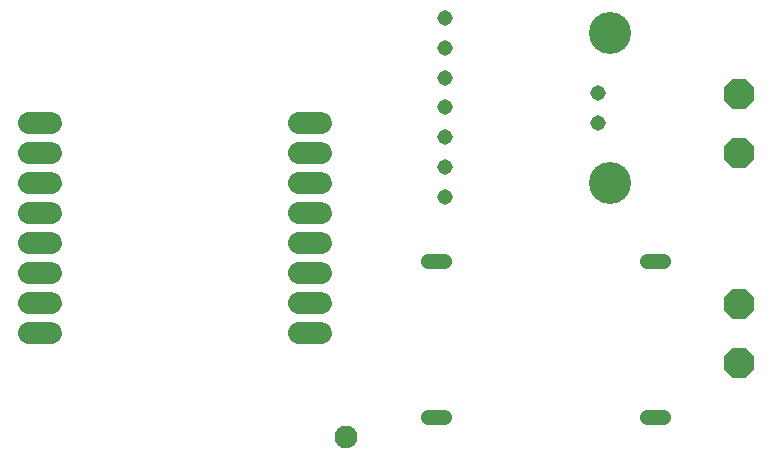
<source format=gtl>
G75*
%MOIN*%
%OFA0B0*%
%FSLAX25Y25*%
%IPPOS*%
%LPD*%
%AMOC8*
5,1,8,0,0,1.08239X$1,22.5*
%
%ADD10OC8,0.10000*%
%ADD11C,0.05150*%
%ADD12C,0.05150*%
%ADD13C,0.14000*%
%ADD14C,0.07200*%
%ADD15C,0.07600*%
D10*
X0533031Y0236157D03*
X0533031Y0255843D03*
X0533031Y0306157D03*
X0533031Y0325843D03*
D11*
X0507575Y0270000D02*
X0502425Y0270000D01*
X0434575Y0270000D02*
X0429425Y0270000D01*
X0429425Y0218000D02*
X0434575Y0218000D01*
X0502425Y0218000D02*
X0507575Y0218000D01*
D12*
X0435000Y0291354D03*
X0435000Y0301354D03*
X0435000Y0311354D03*
X0435000Y0321354D03*
X0435000Y0331000D03*
X0435000Y0341000D03*
X0435000Y0351000D03*
X0486000Y0326000D03*
X0486000Y0316000D03*
D13*
X0490000Y0296000D03*
X0490000Y0346000D03*
D14*
X0393600Y0316000D02*
X0386400Y0316000D01*
X0386400Y0306000D02*
X0393600Y0306000D01*
X0393600Y0296000D02*
X0386400Y0296000D01*
X0386400Y0286000D02*
X0393600Y0286000D01*
X0393600Y0276000D02*
X0386400Y0276000D01*
X0386400Y0266000D02*
X0393600Y0266000D01*
X0393600Y0256000D02*
X0386400Y0256000D01*
X0386400Y0246000D02*
X0393600Y0246000D01*
X0303600Y0246000D02*
X0296400Y0246000D01*
X0296400Y0256000D02*
X0303600Y0256000D01*
X0303600Y0266000D02*
X0296400Y0266000D01*
X0296400Y0276000D02*
X0303600Y0276000D01*
X0303600Y0286000D02*
X0296400Y0286000D01*
X0296400Y0296000D02*
X0303600Y0296000D01*
X0303600Y0306000D02*
X0296400Y0306000D01*
X0296400Y0316000D02*
X0303600Y0316000D01*
D15*
X0402000Y0211500D03*
M02*

</source>
